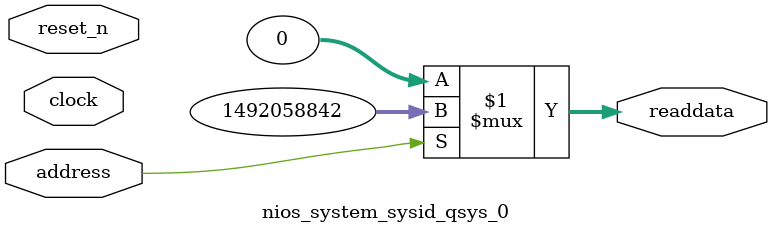
<source format=v>



// synthesis translate_off
`timescale 1ns / 1ps
// synthesis translate_on

// turn off superfluous verilog processor warnings 
// altera message_level Level1 
// altera message_off 10034 10035 10036 10037 10230 10240 10030 

module nios_system_sysid_qsys_0 (
               // inputs:
                address,
                clock,
                reset_n,

               // outputs:
                readdata
             )
;

  output  [ 31: 0] readdata;
  input            address;
  input            clock;
  input            reset_n;

  wire    [ 31: 0] readdata;
  //control_slave, which is an e_avalon_slave
  assign readdata = address ? 1492058842 : 0;

endmodule



</source>
